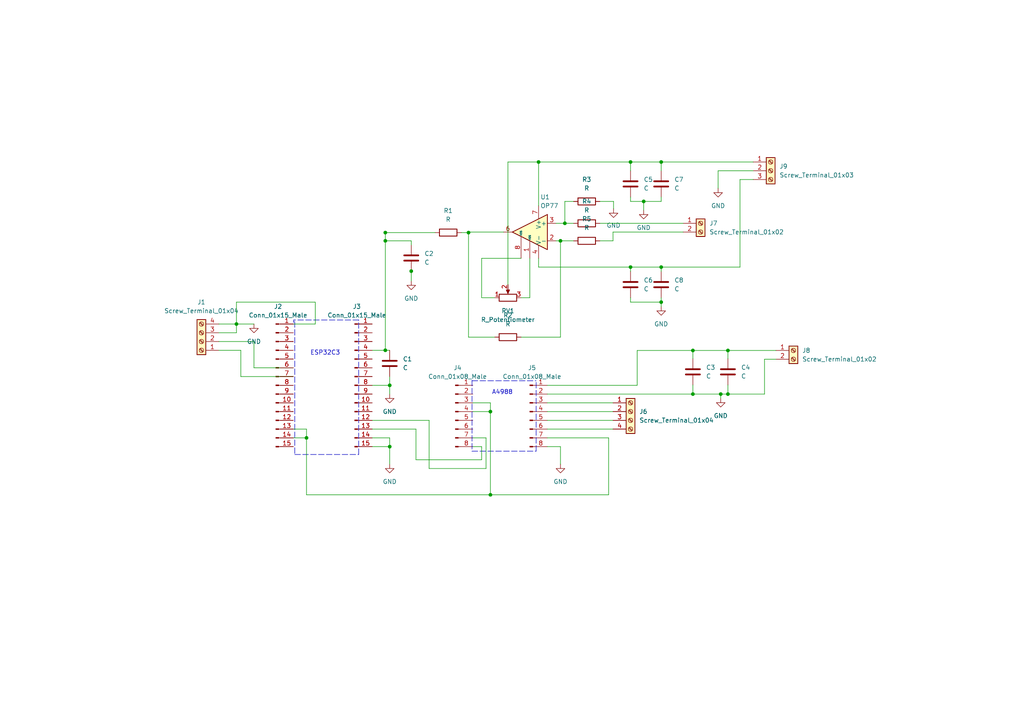
<source format=kicad_sch>
(kicad_sch (version 20211123) (generator eeschema)
  (paper "A4")
  (lib_symbols
    (symbol "Amplifier_Operational:OP77" (pin_names (offset 0.127))
      (property "Reference" "U" (at 1.27 6.35 0))
      (property "Value" "OP77" (at 1.27 3.81 0))
      (symbol "OP77_0_1"
        (polyline (pts (xy -5.08 5.08) (xy 5.08 0) (xy -5.08 -5.08) (xy -5.08 5.08)) (stroke (width 0.254)) (fill (type background)))
      )
      (symbol "OP77_1_1"
        (pin input line (at 0 -7.62 90) (length 5.08) (name "VOS") (number "1"))
        (pin input line (at -7.62 -2.54 0) (length 2.54) (name "-") (number "2"))
        (pin input line (at -7.62 2.54 0) (length 2.54) (name "+") (number "3"))
        (pin power_in line (at -2.54 -7.62 90) (length 3.81) (name "V-") (number "4"))
        (pin no_connect line (at 0 2.54 270) (length 2.54) hide (name "NC") (number "5"))
        (pin output line (at 7.62 0 180) (length 2.54) (name "~") (number "6"))
        (pin power_in line (at -2.54 7.62 270) (length 3.81) (name "V+") (number "7"))
        (pin input line (at 2.54 -7.62 90) (length 6.35) (name "VOS") (number "8"))
      )
    )
    (symbol "Connector:Conn_01x08_Male" (pin_names (offset 1.016) hide)
      (property "Reference" "J" (at 0 10.16 0))
      (property "Value" "Conn_01x08_Male" (at 0 -12.7 0))
      (symbol "Conn_01x08_Male_1_1"
        (polyline (pts (xy 1.27 -10.16) (xy 0.8636 -10.16)) (stroke (width 0.1524)))
        (polyline (pts (xy 1.27 -7.62) (xy 0.8636 -7.62)) (stroke (width 0.1524)))
        (polyline (pts (xy 1.27 -5.08) (xy 0.8636 -5.08)) (stroke (width 0.1524)))
        (polyline (pts (xy 1.27 -2.54) (xy 0.8636 -2.54)) (stroke (width 0.1524)))
        (polyline (pts (xy 1.27 0) (xy 0.8636 0)) (stroke (width 0.1524)))
        (polyline (pts (xy 1.27 2.54) (xy 0.8636 2.54)) (stroke (width 0.1524)))
        (polyline (pts (xy 1.27 5.08) (xy 0.8636 5.08)) (stroke (width 0.1524)))
        (polyline (pts (xy 1.27 7.62) (xy 0.8636 7.62)) (stroke (width 0.1524)))
        (rectangle (start 0.8636 -10.033) (end 0 -10.287) (stroke (width 0.1524)) (fill (type outline)))
        (rectangle (start 0.8636 -7.493) (end 0 -7.747) (stroke (width 0.1524)) (fill (type outline)))
        (rectangle (start 0.8636 -4.953) (end 0 -5.207) (stroke (width 0.1524)) (fill (type outline)))
        (rectangle (start 0.8636 -2.413) (end 0 -2.667) (stroke (width 0.1524)) (fill (type outline)))
        (rectangle (start 0.8636 0.127) (end 0 -0.127) (stroke (width 0.1524)) (fill (type outline)))
        (rectangle (start 0.8636 2.667) (end 0 2.413) (stroke (width 0.1524)) (fill (type outline)))
        (rectangle (start 0.8636 5.207) (end 0 4.953) (stroke (width 0.1524)) (fill (type outline)))
        (rectangle (start 0.8636 7.747) (end 0 7.493) (stroke (width 0.1524)) (fill (type outline)))
        (pin passive line (at 5.08 7.62 180) (length 3.81) (name "Pin_1") (number "1"))
        (pin passive line (at 5.08 5.08 180) (length 3.81) (name "Pin_2") (number "2"))
        (pin passive line (at 5.08 2.54 180) (length 3.81) (name "Pin_3") (number "3"))
        (pin passive line (at 5.08 0 180) (length 3.81) (name "Pin_4") (number "4"))
        (pin passive line (at 5.08 -2.54 180) (length 3.81) (name "Pin_5") (number "5"))
        (pin passive line (at 5.08 -5.08 180) (length 3.81) (name "Pin_6") (number "6"))
        (pin passive line (at 5.08 -7.62 180) (length 3.81) (name "Pin_7") (number "7"))
        (pin passive line (at 5.08 -10.16 180) (length 3.81) (name "Pin_8") (number "8"))
      )
    )
    (symbol "Connector:Conn_01x15_Male" (pin_names (offset 1.016) hide)
      (property "Reference" "J" (at 0 20.32 0))
      (property "Value" "Conn_01x15_Male" (at 0 -20.32 0))
      (symbol "Conn_01x15_Male_1_1"
        (polyline (pts (xy 1.27 -17.78) (xy 0.8636 -17.78)) (stroke (width 0.1524)))
        (polyline (pts (xy 1.27 -15.24) (xy 0.8636 -15.24)) (stroke (width 0.1524)))
        (polyline (pts (xy 1.27 -12.7) (xy 0.8636 -12.7)) (stroke (width 0.1524)))
        (polyline (pts (xy 1.27 -10.16) (xy 0.8636 -10.16)) (stroke (width 0.1524)))
        (polyline (pts (xy 1.27 -7.62) (xy 0.8636 -7.62)) (stroke (width 0.1524)))
        (polyline (pts (xy 1.27 -5.08) (xy 0.8636 -5.08)) (stroke (width 0.1524)))
        (polyline (pts (xy 1.27 -2.54) (xy 0.8636 -2.54)) (stroke (width 0.1524)))
        (polyline (pts (xy 1.27 0) (xy 0.8636 0)) (stroke (width 0.1524)))
        (polyline (pts (xy 1.27 2.54) (xy 0.8636 2.54)) (stroke (width 0.1524)))
        (polyline (pts (xy 1.27 5.08) (xy 0.8636 5.08)) (stroke (width 0.1524)))
        (polyline (pts (xy 1.27 7.62) (xy 0.8636 7.62)) (stroke (width 0.1524)))
        (polyline (pts (xy 1.27 10.16) (xy 0.8636 10.16)) (stroke (width 0.1524)))
        (polyline (pts (xy 1.27 12.7) (xy 0.8636 12.7)) (stroke (width 0.1524)))
        (polyline (pts (xy 1.27 15.24) (xy 0.8636 15.24)) (stroke (width 0.1524)))
        (polyline (pts (xy 1.27 17.78) (xy 0.8636 17.78)) (stroke (width 0.1524)))
        (rectangle (start 0.8636 -17.653) (end 0 -17.907) (stroke (width 0.1524)) (fill (type outline)))
        (rectangle (start 0.8636 -15.113) (end 0 -15.367) (stroke (width 0.1524)) (fill (type outline)))
        (rectangle (start 0.8636 -12.573) (end 0 -12.827) (stroke (width 0.1524)) (fill (type outline)))
        (rectangle (start 0.8636 -10.033) (end 0 -10.287) (stroke (width 0.1524)) (fill (type outline)))
        (rectangle (start 0.8636 -7.493) (end 0 -7.747) (stroke (width 0.1524)) (fill (type outline)))
        (rectangle (start 0.8636 -4.953) (end 0 -5.207) (stroke (width 0.1524)) (fill (type outline)))
        (rectangle (start 0.8636 -2.413) (end 0 -2.667) (stroke (width 0.1524)) (fill (type outline)))
        (rectangle (start 0.8636 0.127) (end 0 -0.127) (stroke (width 0.1524)) (fill (type outline)))
        (rectangle (start 0.8636 2.667) (end 0 2.413) (stroke (width 0.1524)) (fill (type outline)))
        (rectangle (start 0.8636 5.207) (end 0 4.953) (stroke (width 0.1524)) (fill (type outline)))
        (rectangle (start 0.8636 7.747) (end 0 7.493) (stroke (width 0.1524)) (fill (type outline)))
        (rectangle (start 0.8636 10.287) (end 0 10.033) (stroke (width 0.1524)) (fill (type outline)))
        (rectangle (start 0.8636 12.827) (end 0 12.573) (stroke (width 0.1524)) (fill (type outline)))
        (rectangle (start 0.8636 15.367) (end 0 15.113) (stroke (width 0.1524)) (fill (type outline)))
        (rectangle (start 0.8636 17.907) (end 0 17.653) (stroke (width 0.1524)) (fill (type outline)))
        (pin passive line (at 5.08 17.78 180) (length 3.81) (name "Pin_1") (number "1"))
        (pin passive line (at 5.08 -5.08 180) (length 3.81) (name "Pin_10") (number "10"))
        (pin passive line (at 5.08 -7.62 180) (length 3.81) (name "Pin_11") (number "11"))
        (pin passive line (at 5.08 -10.16 180) (length 3.81) (name "Pin_12") (number "12"))
        (pin passive line (at 5.08 -12.7 180) (length 3.81) (name "Pin_13") (number "13"))
        (pin passive line (at 5.08 -15.24 180) (length 3.81) (name "Pin_14") (number "14"))
        (pin passive line (at 5.08 -17.78 180) (length 3.81) (name "Pin_15") (number "15"))
        (pin passive line (at 5.08 15.24 180) (length 3.81) (name "Pin_2") (number "2"))
        (pin passive line (at 5.08 12.7 180) (length 3.81) (name "Pin_3") (number "3"))
        (pin passive line (at 5.08 10.16 180) (length 3.81) (name "Pin_4") (number "4"))
        (pin passive line (at 5.08 7.62 180) (length 3.81) (name "Pin_5") (number "5"))
        (pin passive line (at 5.08 5.08 180) (length 3.81) (name "Pin_6") (number "6"))
        (pin passive line (at 5.08 2.54 180) (length 3.81) (name "Pin_7") (number "7"))
        (pin passive line (at 5.08 0 180) (length 3.81) (name "Pin_8") (number "8"))
        (pin passive line (at 5.08 -2.54 180) (length 3.81) (name "Pin_9") (number "9"))
      )
    )
    (symbol "Connector:Screw_Terminal_01x02" (pin_names (offset 1.016) hide)
      (property "Reference" "J" (at 0 2.54 0))
      (property "Value" "Screw_Terminal_01x02" (at 0 -5.08 0))
      (symbol "Screw_Terminal_01x02_1_1"
        (rectangle (start -1.27 1.27) (end 1.27 -3.81) (stroke (width 0.254)) (fill (type background)))
        (circle (center 0 -2.54) (radius 0.635) (stroke (width 0.1524)))
        (polyline (pts (xy -0.5334 -2.2098) (xy 0.3302 -3.048)) (stroke (width 0.1524)))
        (polyline (pts (xy -0.5334 0.3302) (xy 0.3302 -0.508)) (stroke (width 0.1524)))
        (polyline (pts (xy -0.3556 -2.032) (xy 0.508 -2.8702)) (stroke (width 0.1524)))
        (polyline (pts (xy -0.3556 0.508) (xy 0.508 -0.3302)) (stroke (width 0.1524)))
        (circle (center 0 0) (radius 0.635) (stroke (width 0.1524)))
        (pin passive line (at -5.08 0 0) (length 3.81) (name "Pin_1") (number "1"))
        (pin passive line (at -5.08 -2.54 0) (length 3.81) (name "Pin_2") (number "2"))
      )
    )
    (symbol "Connector:Screw_Terminal_01x03" (pin_names (offset 1.016) hide)
      (property "Reference" "J" (at 0 5.08 0))
      (property "Value" "Screw_Terminal_01x03" (at 0 -5.08 0))
      (symbol "Screw_Terminal_01x03_1_1"
        (rectangle (start -1.27 3.81) (end 1.27 -3.81) (stroke (width 0.254)) (fill (type background)))
        (circle (center 0 -2.54) (radius 0.635) (stroke (width 0.1524)))
        (polyline (pts (xy -0.5334 -2.2098) (xy 0.3302 -3.048)) (stroke (width 0.1524)))
        (polyline (pts (xy -0.5334 0.3302) (xy 0.3302 -0.508)) (stroke (width 0.1524)))
        (polyline (pts (xy -0.5334 2.8702) (xy 0.3302 2.032)) (stroke (width 0.1524)))
        (polyline (pts (xy -0.3556 -2.032) (xy 0.508 -2.8702)) (stroke (width 0.1524)))
        (polyline (pts (xy -0.3556 0.508) (xy 0.508 -0.3302)) (stroke (width 0.1524)))
        (polyline (pts (xy -0.3556 3.048) (xy 0.508 2.2098)) (stroke (width 0.1524)))
        (circle (center 0 0) (radius 0.635) (stroke (width 0.1524)))
        (circle (center 0 2.54) (radius 0.635) (stroke (width 0.1524)))
        (pin passive line (at -5.08 2.54 0) (length 3.81) (name "Pin_1") (number "1"))
        (pin passive line (at -5.08 0 0) (length 3.81) (name "Pin_2") (number "2"))
        (pin passive line (at -5.08 -2.54 0) (length 3.81) (name "Pin_3") (number "3"))
      )
    )
    (symbol "Connector:Screw_Terminal_01x04" (pin_names (offset 1.016) hide)
      (property "Reference" "J" (at 0 5.08 0))
      (property "Value" "Screw_Terminal_01x04" (at 0 -7.62 0))
      (symbol "Screw_Terminal_01x04_1_1"
        (rectangle (start -1.27 3.81) (end 1.27 -6.35) (stroke (width 0.254)) (fill (type background)))
        (circle (center 0 -5.08) (radius 0.635) (stroke (width 0.1524)))
        (circle (center 0 -2.54) (radius 0.635) (stroke (width 0.1524)))
        (polyline (pts (xy -0.5334 -4.7498) (xy 0.3302 -5.588)) (stroke (width 0.1524)))
        (polyline (pts (xy -0.5334 -2.2098) (xy 0.3302 -3.048)) (stroke (width 0.1524)))
        (polyline (pts (xy -0.5334 0.3302) (xy 0.3302 -0.508)) (stroke (width 0.1524)))
        (polyline (pts (xy -0.5334 2.8702) (xy 0.3302 2.032)) (stroke (width 0.1524)))
        (polyline (pts (xy -0.3556 -4.572) (xy 0.508 -5.4102)) (stroke (width 0.1524)))
        (polyline (pts (xy -0.3556 -2.032) (xy 0.508 -2.8702)) (stroke (width 0.1524)))
        (polyline (pts (xy -0.3556 0.508) (xy 0.508 -0.3302)) (stroke (width 0.1524)))
        (polyline (pts (xy -0.3556 3.048) (xy 0.508 2.2098)) (stroke (width 0.1524)))
        (circle (center 0 0) (radius 0.635) (stroke (width 0.1524)))
        (circle (center 0 2.54) (radius 0.635) (stroke (width 0.1524)))
        (pin passive line (at -5.08 2.54 0) (length 3.81) (name "Pin_1") (number "1"))
        (pin passive line (at -5.08 0 0) (length 3.81) (name "Pin_2") (number "2"))
        (pin passive line (at -5.08 -2.54 0) (length 3.81) (name "Pin_3") (number "3"))
        (pin passive line (at -5.08 -5.08 0) (length 3.81) (name "Pin_4") (number "4"))
      )
    )
    (symbol "Device:C" (pin_numbers hide) (pin_names (offset 0.254))
      (property "Reference" "C" (at 0.635 2.54 0))
      (property "Value" "C" (at 0.635 -2.54 0))
      (symbol "C_0_1"
        (polyline (pts (xy -2.032 -0.762) (xy 2.032 -0.762)) (stroke (width 0.508)))
        (polyline (pts (xy -2.032 0.762) (xy 2.032 0.762)) (stroke (width 0.508)))
      )
      (symbol "C_1_1"
        (pin passive line (at 0 3.81 270) (length 2.794) (name "~") (number "1"))
        (pin passive line (at 0 -3.81 90) (length 2.794) (name "~") (number "2"))
      )
    )
    (symbol "Device:R" (pin_numbers hide) (pin_names (offset 0))
      (property "Reference" "R" (at 2.032 0 90))
      (property "Value" "R" (at 0 0 90))
      (symbol "R_0_1"
        (rectangle (start -1.016 -2.54) (end 1.016 2.54) (stroke (width 0.254)))
      )
      (symbol "R_1_1"
        (pin passive line (at 0 3.81 270) (length 1.27) (name "~") (number "1"))
        (pin passive line (at 0 -3.81 90) (length 1.27) (name "~") (number "2"))
      )
    )
    (symbol "Device:R_Potentiometer" (pin_names (offset 1.016) hide)
      (property "Reference" "RV" (at -4.445 0 90))
      (property "Value" "R_Potentiometer" (at -2.54 0 90))
      (symbol "R_Potentiometer_0_1"
        (polyline (pts (xy 2.54 0) (xy 1.524 0)))
        (polyline (pts (xy 1.143 0) (xy 2.286 0.508) (xy 2.286 -0.508) (xy 1.143 0)) (fill (type outline)))
        (rectangle (start 1.016 2.54) (end -1.016 -2.54) (stroke (width 0.254)))
      )
      (symbol "R_Potentiometer_1_1"
        (pin passive line (at 0 3.81 270) (length 1.27) (name "1") (number "1"))
        (pin passive line (at 3.81 0 180) (length 1.27) (name "2") (number "2"))
        (pin passive line (at 0 -3.81 90) (length 1.27) (name "3") (number "3"))
      )
    )
    (symbol "power:GND" (power) (pin_names (offset 0))
      (property "Value" "GND" (at 0 -3.81 0))
      (symbol "GND_0_1"
        (polyline (pts (xy 0 0) (xy 0 -1.27) (xy 1.27 -1.27) (xy 0 -2.54) (xy -1.27 -1.27) (xy 0 -1.27)))
      )
      (symbol "GND_1_1"
        (pin power_in line (at 0 0 270) (length 0) hide (name "GND") (number "1"))
      )
    )
  )
  (junction (at 156.21 46.99))
  (junction (at 111.76 101.6))
  (junction (at 182.88 46.99))
  (junction (at 162.56 69.85))
  (junction (at 186.69 58.42))
  (junction (at 111.76 69.85))
  (junction (at 68.58 93.98))
  (junction (at 182.88 77.47))
  (junction (at 142.24 143.51))
  (junction (at 211.1248 101.6508))
  (junction (at 191.77 77.47))
  (junction (at 200.9648 114.3))
  (junction (at 200.9648 101.6508))
  (junction (at 163.83 64.77))
  (junction (at 88.9 127))
  (junction (at 209.042 114.3))
  (junction (at 113.03 111.76))
  (junction (at 119.2784 78.6384))
  (junction (at 191.77 87.63))
  (junction (at 211.1248 114.3))
  (junction (at 135.89 67.4624))
  (junction (at 111.76 67.4624))
  (junction (at 113.03 129.54))
  (junction (at 142.24 119.38))
  (junction (at 191.77 46.99))
  (wire (pts (xy 113.03 127) (xy 113.03 129.54)))
  (wire (pts (xy 126.1872 67.4624) (xy 111.76 67.4624)))
  (polyline (pts (xy 155.4988 130.8608) (xy 155.4988 110.4392)))
  (wire (pts (xy 158.75 121.92) (xy 177.8 121.92)))
  (wire (pts (xy 124.46 121.92) (xy 107.95 121.92)))
  (wire (pts (xy 200.9648 101.6508) (xy 211.1248 101.6508)))
  (wire (pts (xy 214.63 52.07) (xy 214.63 77.47)))
  (wire (pts (xy 73.66 106.68) (xy 73.66 99.06)))
  (wire (pts (xy 182.88 46.99) (xy 191.77 46.99)))
  (wire (pts (xy 68.58 96.52) (xy 68.58 93.98)))
  (wire (pts (xy 208.28 49.53) (xy 208.28 54.61)))
  (polyline (pts (xy 104.0384 131.826) (xy 104.0384 92.8116)))
  (wire (pts (xy 111.76 69.85) (xy 111.76 101.6)))
  (wire (pts (xy 161.29 69.85) (xy 162.56 69.85)))
  (wire (pts (xy 153.67 86.36) (xy 151.13 86.36)))
  (wire (pts (xy 142.24 119.38) (xy 142.24 143.51)))
  (wire (pts (xy 68.58 87.63) (xy 68.58 93.98)))
  (wire (pts (xy 182.88 77.47) (xy 182.88 78.74)))
  (wire (pts (xy 85.09 124.46) (xy 88.9 124.46)))
  (wire (pts (xy 191.77 57.15) (xy 191.77 58.42)))
  (wire (pts (xy 158.75 129.54) (xy 162.56 129.54)))
  (wire (pts (xy 200.9648 114.3) (xy 209.042 114.3)))
  (wire (pts (xy 158.75 127) (xy 176.53 127)))
  (wire (pts (xy 211.1248 114.3) (xy 221.742 114.3)))
  (wire (pts (xy 137.16 116.84) (xy 142.24 116.84)))
  (polyline (pts (xy 85.1916 93.4212) (xy 85.0392 93.4212)))
  (wire (pts (xy 139.7 133.35) (xy 120.65 133.35)))
  (wire (pts (xy 182.88 87.63) (xy 191.77 87.63)))
  (wire (pts (xy 63.5 93.98) (xy 68.58 93.98)))
  (polyline (pts (xy 136.906 130.8608) (xy 155.4988 130.8608)))
  (wire (pts (xy 147.32 46.99) (xy 156.21 46.99)))
  (wire (pts (xy 107.95 127) (xy 113.03 127)))
  (wire (pts (xy 162.56 97.79) (xy 162.56 69.85)))
  (wire (pts (xy 91.44 87.63) (xy 68.58 87.63)))
  (wire (pts (xy 191.77 86.36) (xy 191.77 87.63)))
  (wire (pts (xy 163.83 58.42) (xy 163.83 64.77)))
  (wire (pts (xy 142.24 116.84) (xy 142.24 119.38)))
  (wire (pts (xy 177.8 67.31) (xy 177.8 69.85)))
  (wire (pts (xy 69.85 101.6) (xy 63.5 101.6)))
  (wire (pts (xy 191.77 87.63) (xy 191.77 88.9)))
  (wire (pts (xy 200.9648 101.6508) (xy 200.9648 104.0384)))
  (wire (pts (xy 146.05 67.31) (xy 135.89 67.31)))
  (wire (pts (xy 218.44 49.53) (xy 208.28 49.53)))
  (wire (pts (xy 147.32 82.55) (xy 147.32 46.99)))
  (wire (pts (xy 198.12 67.31) (xy 177.8 67.31)))
  (wire (pts (xy 137.16 119.38) (xy 142.24 119.38)))
  (wire (pts (xy 177.8 69.85) (xy 173.99 69.85)))
  (wire (pts (xy 186.69 58.42) (xy 182.88 58.42)))
  (wire (pts (xy 191.77 46.99) (xy 218.44 46.99)))
  (wire (pts (xy 135.89 67.4624) (xy 135.89 97.79)))
  (wire (pts (xy 119.2784 78.5876) (xy 119.2784 78.6384)))
  (wire (pts (xy 153.67 74.93) (xy 153.67 86.36)))
  (polyline (pts (xy 85.4964 131.826) (xy 104.0384 131.826)))
  (wire (pts (xy 91.44 93.98) (xy 91.44 87.63)))
  (wire (pts (xy 73.66 99.06) (xy 63.5 99.06)))
  (wire (pts (xy 143.51 97.79) (xy 135.89 97.79)))
  (wire (pts (xy 68.58 93.98) (xy 73.66 93.98)))
  (wire (pts (xy 140.97 135.89) (xy 124.46 135.89)))
  (wire (pts (xy 119.2784 78.6384) (xy 119.2784 81.4832)))
  (wire (pts (xy 158.75 119.38) (xy 177.8 119.38)))
  (wire (pts (xy 221.742 114.3) (xy 221.742 104.1908)))
  (wire (pts (xy 156.21 59.69) (xy 156.21 46.99)))
  (wire (pts (xy 186.69 60.96) (xy 186.69 58.42)))
  (wire (pts (xy 142.24 143.51) (xy 88.9 143.51)))
  (wire (pts (xy 191.77 78.74) (xy 191.77 77.47)))
  (wire (pts (xy 191.77 77.47) (xy 182.88 77.47)))
  (wire (pts (xy 221.742 104.1908) (xy 225.044 104.1908)))
  (wire (pts (xy 162.56 129.54) (xy 162.56 134.62)))
  (wire (pts (xy 111.76 67.4624) (xy 111.76 69.85)))
  (wire (pts (xy 88.9 127) (xy 85.09 127)))
  (wire (pts (xy 166.37 58.42) (xy 163.83 58.42)))
  (wire (pts (xy 211.1248 101.6508) (xy 211.1248 104.0384)))
  (wire (pts (xy 139.7 74.93) (xy 151.13 74.93)))
  (wire (pts (xy 113.03 109.22) (xy 113.03 111.76)))
  (wire (pts (xy 111.76 67.31) (xy 111.76 67.4624)))
  (wire (pts (xy 124.46 135.89) (xy 124.46 121.92)))
  (wire (pts (xy 137.16 129.54) (xy 139.7 129.54)))
  (wire (pts (xy 218.44 52.07) (xy 214.63 52.07)))
  (wire (pts (xy 214.63 77.47) (xy 191.77 77.47)))
  (wire (pts (xy 158.75 114.3) (xy 200.9648 114.3)))
  (wire (pts (xy 133.8072 67.4624) (xy 135.89 67.4624)))
  (wire (pts (xy 119.2784 69.85) (xy 111.76 69.85)))
  (wire (pts (xy 85.09 93.98) (xy 91.44 93.98)))
  (wire (pts (xy 139.7 129.54) (xy 139.7 133.35)))
  (wire (pts (xy 161.29 64.77) (xy 163.83 64.77)))
  (wire (pts (xy 140.97 127) (xy 140.97 135.89)))
  (wire (pts (xy 135.89 67.31) (xy 135.89 67.4624)))
  (wire (pts (xy 200.9648 111.6584) (xy 200.9648 114.3)))
  (wire (pts (xy 176.53 127) (xy 176.53 143.51)))
  (wire (pts (xy 120.65 133.35) (xy 120.65 124.46)))
  (polyline (pts (xy 136.906 110.4392) (xy 155.4988 110.4392)))
  (wire (pts (xy 177.9524 60.5536) (xy 177.9524 58.42)))
  (wire (pts (xy 173.99 64.77) (xy 198.12 64.77)))
  (wire (pts (xy 156.21 77.47) (xy 182.88 77.47)))
  (wire (pts (xy 156.21 46.99) (xy 182.88 46.99)))
  (wire (pts (xy 151.13 97.79) (xy 162.56 97.79)))
  (wire (pts (xy 120.65 124.46) (xy 107.95 124.46)))
  (polyline (pts (xy 104.0384 92.8116) (xy 85.1916 92.8116)))
  (wire (pts (xy 209.042 114.3) (xy 209.042 115.5192)))
  (wire (pts (xy 177.9524 58.42) (xy 173.99 58.42)))
  (wire (pts (xy 191.77 58.42) (xy 186.69 58.42)))
  (wire (pts (xy 69.85 109.22) (xy 69.85 101.6)))
  (wire (pts (xy 113.03 111.76) (xy 113.03 114.3)))
  (wire (pts (xy 156.21 74.93) (xy 156.21 77.47)))
  (wire (pts (xy 113.03 129.54) (xy 113.03 134.62)))
  (wire (pts (xy 88.9 127) (xy 88.9 143.51)))
  (wire (pts (xy 158.75 111.76) (xy 184.8104 111.76)))
  (wire (pts (xy 73.66 106.68) (xy 85.09 106.68)))
  (wire (pts (xy 182.88 58.42) (xy 182.88 57.15)))
  (wire (pts (xy 111.76 101.6) (xy 113.03 101.6)))
  (wire (pts (xy 182.88 46.99) (xy 182.88 49.53)))
  (wire (pts (xy 184.8104 111.76) (xy 184.8104 101.6508)))
  (wire (pts (xy 69.85 109.22) (xy 85.09 109.22)))
  (wire (pts (xy 163.83 64.77) (xy 166.37 64.77)))
  (wire (pts (xy 139.7 74.93) (xy 139.7 86.36)))
  (wire (pts (xy 107.95 101.6) (xy 111.76 101.6)))
  (wire (pts (xy 162.56 69.85) (xy 166.37 69.85)))
  (wire (pts (xy 209.042 114.3) (xy 211.1248 114.3)))
  (wire (pts (xy 119.2784 71.0184) (xy 119.2784 69.85)))
  (wire (pts (xy 184.8104 101.6508) (xy 200.9648 101.6508)))
  (wire (pts (xy 139.7 86.36) (xy 143.51 86.36)))
  (wire (pts (xy 191.77 46.99) (xy 191.77 49.53)))
  (polyline (pts (xy 85.4964 93.2688) (xy 85.4964 131.826)))
  (wire (pts (xy 107.95 129.54) (xy 113.03 129.54)))
  (polyline (pts (xy 136.906 110.2868) (xy 136.906 130.8608)))
  (wire (pts (xy 142.24 143.51) (xy 176.53 143.51)))
  (polyline (pts (xy 85.1916 92.8116) (xy 85.1916 93.4212)))
  (wire (pts (xy 107.95 111.76) (xy 113.03 111.76)))
  (wire (pts (xy 137.16 127) (xy 140.97 127)))
  (wire (pts (xy 158.75 124.46) (xy 177.8 124.46)))
  (wire (pts (xy 211.1248 101.6508) (xy 225.044 101.6508)))
  (wire (pts (xy 158.75 116.84) (xy 177.8 116.84)))
  (wire (pts (xy 88.9 124.46) (xy 88.9 127)))
  (wire (pts (xy 211.1248 111.6584) (xy 211.1248 114.3)))
  (wire (pts (xy 182.88 86.36) (xy 182.88 87.63)))
  (wire (pts (xy 63.5 96.52) (xy 68.58 96.52)))
  (text "ESP32C3" (at 89.9668 103.1748 0) (effects (font (size 1.27 1.27)) (justify left bottom)))
  (text "A4988" (at 142.6464 114.6048 0) (effects (font (size 1.27 1.27)) (justify left bottom)))
  (symbol (lib_id "Device:R") (at 170.18 58.42 270) (unit 1)
    (property "Reference" "R3" (at 170.18 52.07 90))
    (property "Value" "R" (at 170.18 54.61 90))
    (property "Footprint" "Resistor_THT:R_Axial_DIN0411_L9.9mm_D3.6mm_P12.70mm_Horizontal" (effects hide))
  )
  (symbol (lib_id "Connector:Screw_Terminal_01x02") (at 230.124 101.6508 0) (unit 1)
    (property "Reference" "J8" (at 232.664 101.6507 0) (effects (justify left)))
    (property "Value" "Screw_Terminal_01x02" (at 232.664 104.1907 0) (effects (justify left)))
    (property "Footprint" "Connector_Phoenix_MC_HighVoltage:PhoenixContact_MCV_1,5_2-G-5.08_1x02_P5.08mm_Vertical" (effects hide))
    (property "Reference" "J8" (effects hide))
    (property "Value" "Screw_Terminal_01x02" (effects hide))
  )
  (symbol (lib_id "power:GND") (at 191.77 88.9 0) (unit 1)
    (property "Reference" "#PWR09" (effects hide))
    (property "Value" "GND" (at 191.77 93.98 0))
  )
  (symbol (lib_id "Connector:Conn_01x15_Male") (at 80.01 111.76 0) (unit 1)
    (property "Reference" "J2" (at 80.645 88.9 0))
    (property "Value" "Conn_01x15_Male" (at 80.645 91.44 0))
    (property "Footprint" "Connector_PinHeader_2.54mm:PinHeader_1x15_P2.54mm_Vertical" (effects hide))
    (property "Reference" "J2" (effects hide))
    (property "Value" "Conn_01x15_Male" (effects hide))
  )
  (symbol (lib_id "Device:C") (at 191.77 53.34 0) (unit 1)
    (property "Reference" "C7" (at 195.58 52.0699 0) (effects (justify left)))
    (property "Value" "C" (at 195.58 54.6099 0) (effects (justify left)))
    (property "Footprint" "Capacitor_THT:CP_Radial_D8.0mm_P5.00mm" (effects hide))
  )
  (symbol (lib_id "Device:C") (at 200.9648 107.8484 0) (unit 1)
    (property "Reference" "C3" (at 204.7748 106.5783 0) (effects (justify left)))
    (property "Value" "C" (at 204.7748 109.1183 0) (effects (justify left)))
    (property "Footprint" "Capacitor_THT:CP_Radial_D8.0mm_P5.00mm" (effects hide))
    (property "Footprint" "Capacitor_THT:CP_Radial_D8.0mm_P5.00mm" (effects hide))
    (property "Reference" "C3" (effects hide))
    (property "Value" "C" (effects hide))
  )
  (symbol (lib_id "Connector:Conn_01x08_Male") (at 153.67 119.38 0) (unit 1)
    (property "Reference" "J5" (at 154.305 106.68 0))
    (property "Value" "Conn_01x08_Male" (at 154.305 109.22 0))
    (property "Footprint" "Connector_PinHeader_2.54mm:PinHeader_1x08_P2.54mm_Vertical" (effects hide))
    (property "Reference" "J5" (effects hide))
    (property "Value" "Conn_01x08_Male" (effects hide))
  )
  (symbol (lib_id "Device:R") (at 147.32 97.79 90) (unit 1)
    (property "Reference" "R2" (at 147.32 91.44 90))
    (property "Value" "R" (at 147.32 93.98 90))
    (property "Footprint" "Resistor_THT:R_Axial_DIN0411_L9.9mm_D3.6mm_P12.70mm_Horizontal" (effects hide))
  )
  (symbol (lib_id "Device:C") (at 182.88 82.55 0) (unit 1)
    (property "Reference" "C6" (at 186.69 81.2799 0) (effects (justify left)))
    (property "Value" "C" (at 186.69 83.8199 0) (effects (justify left)))
    (property "Footprint" "Capacitor_THT:CP_Radial_D8.0mm_P5.00mm" (effects hide))
  )
  (symbol (lib_id "Amplifier_Operational:OP77") (at 153.67 67.31 0) (mirror y) (unit 1)
    (property "Reference" "U1" (at 156.7306 57.15 0) (effects (justify right)))
    (property "Value" "OP77" (at 156.7306 59.69 0) (effects (justify right)))
    (property "Footprint" "Package_DIP:DIP-8_W7.62mm" (effects hide))
    (property "Footprint" "Package_DIP:DIP-8_W7.62mm" (effects hide))
    (property "Reference" "U1" (effects hide))
    (property "Value" "OP77" (effects hide))
  )
  (symbol (lib_id "Device:C") (at 182.88 53.34 0) (unit 1)
    (property "Reference" "C5" (at 186.69 52.0699 0) (effects (justify left)))
    (property "Value" "C" (at 186.69 54.6099 0) (effects (justify left)))
    (property "Footprint" "Capacitor_THT:CP_Radial_D8.0mm_P5.00mm" (effects hide))
  )
  (symbol (lib_id "power:GND") (at 177.9524 60.5536 0) (unit 1)
    (property "Reference" "#PWR06" (effects hide))
    (property "Value" "GND" (at 177.9524 65.3796 0))
  )
  (symbol (lib_id "Device:C") (at 113.03 105.41 0) (unit 1)
    (property "Reference" "C1" (at 116.84 104.1399 0) (effects (justify left)))
    (property "Value" "C" (at 116.84 106.6799 0) (effects (justify left)))
    (property "Footprint" "Capacitor_THT:CP_Radial_D8.0mm_P5.00mm" (effects hide))
  )
  (symbol (lib_id "Connector:Screw_Terminal_01x02") (at 203.2 64.77 0) (unit 1)
    (property "Reference" "J7" (at 205.74 64.7699 0) (effects (justify left)))
    (property "Value" "Screw_Terminal_01x02" (at 205.74 67.3099 0) (effects (justify left)))
    (property "Footprint" "Connector_Phoenix_MC_HighVoltage:PhoenixContact_MCV_1,5_2-G-5.08_1x02_P5.08mm_Vertical" (effects hide))
  )
  (symbol (lib_id "Connector:Screw_Terminal_01x04") (at 182.88 119.38 0) (unit 1)
    (property "Reference" "J6" (at 185.42 119.3799 0) (effects (justify left)))
    (property "Value" "Screw_Terminal_01x04" (at 185.42 121.9199 0) (effects (justify left)))
    (property "Footprint" "Connector_Phoenix_MC_HighVoltage:PhoenixContact_MCV_1,5_4-G-5.08_1x04_P5.08mm_Vertical" (effects hide))
    (property "Reference" "J6" (effects hide))
    (property "Value" "Screw_Terminal_01x04" (effects hide))
  )
  (symbol (lib_id "Device:C") (at 211.1248 107.8484 0) (unit 1)
    (property "Reference" "C4" (at 214.9348 106.5783 0) (effects (justify left)))
    (property "Value" "C" (at 214.9348 109.1183 0) (effects (justify left)))
    (property "Footprint" "Capacitor_THT:CP_Radial_D8.0mm_P5.00mm" (effects hide))
    (property "Footprint" "Capacitor_THT:CP_Radial_D8.0mm_P5.00mm" (effects hide))
    (property "Reference" "C4" (effects hide))
    (property "Value" "C" (effects hide))
  )
  (symbol (lib_id "Device:C") (at 191.77 82.55 0) (unit 1)
    (property "Reference" "C8" (at 195.58 81.2799 0) (effects (justify left)))
    (property "Value" "C" (at 195.58 83.8199 0) (effects (justify left)))
    (property "Footprint" "Capacitor_THT:CP_Radial_D8.0mm_P5.00mm" (effects hide))
  )
  (symbol (lib_id "Device:R") (at 170.18 69.85 90) (unit 1)
    (property "Reference" "R5" (at 170.18 63.5 90))
    (property "Value" "R" (at 170.18 66.04 90))
    (property "Footprint" "Resistor_THT:R_Axial_DIN0411_L9.9mm_D3.6mm_P12.70mm_Horizontal" (effects hide))
  )
  (symbol (lib_id "Device:R") (at 129.9972 67.4624 90) (unit 1)
    (property "Reference" "R1" (at 129.9972 61.1124 90))
    (property "Value" "R" (at 129.9972 63.6524 90))
    (property "Footprint" "Resistor_THT:R_Axial_DIN0411_L9.9mm_D3.6mm_P12.70mm_Horizontal" (effects hide))
    (property "Footprint" "Resistor_THT:R_Axial_DIN0411_L9.9mm_D3.6mm_P12.70mm_Horizontal" (effects hide))
    (property "Reference" "R1" (effects hide))
    (property "Value" "R" (effects hide))
  )
  (symbol (lib_id "Connector:Screw_Terminal_01x04") (at 58.42 99.06 180) (unit 1)
    (property "Reference" "J1" (at 58.42 87.63 0))
    (property "Value" "Screw_Terminal_01x04" (at 58.42 90.17 0))
    (property "Footprint" "Connector_Phoenix_MC_HighVoltage:PhoenixContact_MCV_1,5_4-G-5.08_1x04_P5.08mm_Vertical" (effects hide))
    (property "Reference" "J1" (effects hide))
    (property "Value" "Screw_Terminal_01x04" (effects hide))
  )
  (symbol (lib_id "Connector:Conn_01x15_Male") (at 102.87 111.76 0) (unit 1)
    (property "Reference" "J3" (at 103.505 88.9 0))
    (property "Value" "Conn_01x15_Male" (at 103.505 91.44 0))
    (property "Footprint" "Connector_PinHeader_2.54mm:PinHeader_1x15_P2.54mm_Vertical" (effects hide))
    (property "Reference" "J3" (effects hide))
    (property "Value" "Conn_01x15_Male" (effects hide))
  )
  (symbol (lib_id "power:GND") (at 208.28 54.61 0) (unit 1)
    (property "Reference" "#PWR010" (effects hide))
    (property "Value" "GND" (at 208.28 59.69 0))
  )
  (symbol (lib_id "Device:R") (at 170.18 64.77 90) (unit 1)
    (property "Reference" "R4" (at 170.18 58.42 90))
    (property "Value" "R" (at 170.18 60.96 90))
    (property "Footprint" "Resistor_THT:R_Axial_DIN0411_L9.9mm_D3.6mm_P12.70mm_Horizontal" (effects hide))
  )
  (symbol (lib_id "power:GND") (at 113.03 114.3 0) (unit 1)
    (property "Reference" "#PWR02" (effects hide))
    (property "Value" "GND" (at 113.03 119.38 0))
  )
  (symbol (lib_id "power:GND") (at 209.042 115.5192 0) (unit 1)
    (property "Reference" "#PWR08" (effects hide))
    (property "Value" "GND" (at 209.042 120.5992 0))
  )
  (symbol (lib_id "power:GND") (at 113.03 134.62 0) (unit 1)
    (property "Reference" "#PWR03" (effects hide))
    (property "Value" "GND" (at 113.03 139.7 0))
  )
  (symbol (lib_id "Connector:Conn_01x08_Male") (at 132.08 119.38 0) (unit 1)
    (property "Reference" "J4" (at 132.715 106.68 0))
    (property "Value" "Conn_01x08_Male" (at 132.715 109.22 0))
    (property "Footprint" "Connector_PinHeader_2.54mm:PinHeader_1x08_P2.54mm_Vertical" (effects hide))
    (property "Reference" "J4" (effects hide))
    (property "Value" "Conn_01x08_Male" (effects hide))
  )
  (symbol (lib_id "power:GND") (at 119.2784 81.4832 0) (unit 1)
    (property "Reference" "#PWR04" (effects hide))
    (property "Value" "GND" (at 119.2784 86.5632 0))
  )
  (symbol (lib_id "power:GND") (at 162.56 134.62 0) (unit 1)
    (property "Reference" "#PWR05" (effects hide))
    (property "Value" "GND" (at 162.56 139.7 0))
  )
  (symbol (lib_id "Connector:Screw_Terminal_01x03") (at 223.52 49.53 0) (unit 1)
    (property "Reference" "J9" (at 226.06 48.2599 0) (effects (justify left)))
    (property "Value" "Screw_Terminal_01x03" (at 226.06 50.7999 0) (effects (justify left)))
    (property "Footprint" "Connector_Phoenix_MC_HighVoltage:PhoenixContact_MCV_1,5_3-G-5.08_1x03_P5.08mm_Vertical" (effects hide))
    (property "Reference" "J9" (effects hide))
    (property "Value" "Screw_Terminal_01x03" (effects hide))
  )
  (symbol (lib_id "power:GND") (at 73.66 93.98 0) (unit 1)
    (property "Reference" "#PWR01" (effects hide))
    (property "Value" "GND" (at 73.66 99.06 0))
  )
  (symbol (lib_id "Device:C") (at 119.2784 74.8284 0) (unit 1)
    (property "Reference" "C2" (at 123.0884 73.5583 0) (effects (justify left)))
    (property "Value" "C" (at 123.0884 76.0983 0) (effects (justify left)))
    (property "Footprint" "Capacitor_THT:CP_Radial_D8.0mm_P5.00mm" (effects hide))
  )
  (symbol (lib_id "Device:R_Potentiometer") (at 147.32 86.36 90) (unit 1)
    (property "Reference" "RV1" (at 147.32 90.17 90))
    (property "Value" "R_Potentiometer" (at 147.32 92.71 90))
    (property "Footprint" "Potentiometer_THT:Potentiometer_ACP_CA6-H2,5_Horizontal" (effects hide))
    (property "Footprint" "Potentiometer_THT:Potentiometer_ACP_CA6-H2,5_Horizontal" (effects hide))
    (property "Reference" "RV1" (effects hide))
    (property "Value" "R_Potentiometer" (effects hide))
  )
  (symbol (lib_id "power:GND") (at 186.69 60.96 0) (unit 1)
    (property "Reference" "#PWR07" (effects hide))
    (property "Value" "GND" (at 186.69 66.04 0))
  )
)
</source>
